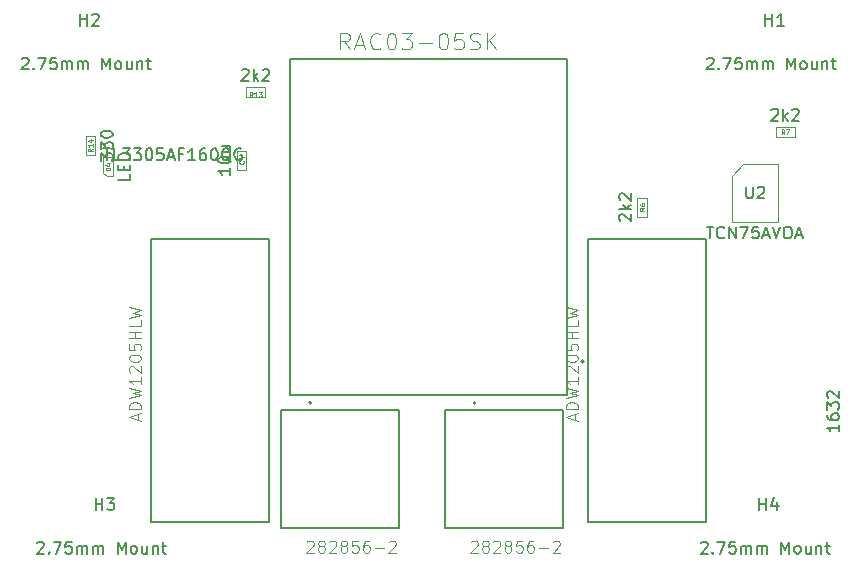
<source format=gbr>
%TF.GenerationSoftware,KiCad,Pcbnew,(6.0.8)*%
%TF.CreationDate,2023-02-20T09:44:42-06:00*%
%TF.ProjectId,PumpTimerV2,50756d70-5469-46d6-9572-56322e6b6963,rev?*%
%TF.SameCoordinates,Original*%
%TF.FileFunction,AssemblyDrawing,Top*%
%FSLAX46Y46*%
G04 Gerber Fmt 4.6, Leading zero omitted, Abs format (unit mm)*
G04 Created by KiCad (PCBNEW (6.0.8)) date 2023-02-20 09:44:42*
%MOMM*%
%LPD*%
G01*
G04 APERTURE LIST*
%ADD10C,0.015000*%
%ADD11C,0.150000*%
%ADD12C,0.060000*%
%ADD13C,0.127000*%
%ADD14C,0.200000*%
%ADD15C,0.100000*%
G04 APERTURE END LIST*
D10*
%TO.C,K2*%
X84892899Y-100300320D02*
X84892899Y-99823837D01*
X85178788Y-100395616D02*
X84178174Y-100062078D01*
X85178788Y-99728540D01*
X85178788Y-99395002D02*
X84178174Y-99395002D01*
X84178174Y-99156761D01*
X84225823Y-99013816D01*
X84321119Y-98918520D01*
X84416416Y-98870871D01*
X84607009Y-98823223D01*
X84749954Y-98823223D01*
X84940547Y-98870871D01*
X85035843Y-98918520D01*
X85131140Y-99013816D01*
X85178788Y-99156761D01*
X85178788Y-99395002D01*
X84178174Y-98489685D02*
X85178788Y-98251444D01*
X84464064Y-98060850D01*
X85178788Y-97870257D01*
X84178174Y-97632016D01*
X85178788Y-96726698D02*
X85178788Y-97298478D01*
X85178788Y-97012588D02*
X84178174Y-97012588D01*
X84321119Y-97107885D01*
X84416416Y-97203181D01*
X84464064Y-97298478D01*
X84273471Y-96345512D02*
X84225823Y-96297864D01*
X84178174Y-96202567D01*
X84178174Y-95964326D01*
X84225823Y-95869029D01*
X84273471Y-95821381D01*
X84368767Y-95773733D01*
X84464064Y-95773733D01*
X84607009Y-95821381D01*
X85178788Y-96393160D01*
X85178788Y-95773733D01*
X84178174Y-95154305D02*
X84178174Y-95059008D01*
X84225823Y-94963712D01*
X84273471Y-94916064D01*
X84368767Y-94868415D01*
X84559361Y-94820767D01*
X84797602Y-94820767D01*
X84988195Y-94868415D01*
X85083492Y-94916064D01*
X85131140Y-94963712D01*
X85178788Y-95059008D01*
X85178788Y-95154305D01*
X85131140Y-95249602D01*
X85083492Y-95297250D01*
X84988195Y-95344898D01*
X84797602Y-95392546D01*
X84559361Y-95392546D01*
X84368767Y-95344898D01*
X84273471Y-95297250D01*
X84225823Y-95249602D01*
X84178174Y-95154305D01*
X84178174Y-93915450D02*
X84178174Y-94391932D01*
X84654657Y-94439581D01*
X84607009Y-94391932D01*
X84559361Y-94296636D01*
X84559361Y-94058394D01*
X84607009Y-93963098D01*
X84654657Y-93915450D01*
X84749954Y-93867801D01*
X84988195Y-93867801D01*
X85083492Y-93915450D01*
X85131140Y-93963098D01*
X85178788Y-94058394D01*
X85178788Y-94296636D01*
X85131140Y-94391932D01*
X85083492Y-94439581D01*
X85178788Y-93438967D02*
X84178174Y-93438967D01*
X84654657Y-93438967D02*
X84654657Y-92867187D01*
X85178788Y-92867187D02*
X84178174Y-92867187D01*
X85178788Y-91914222D02*
X85178788Y-92390704D01*
X84178174Y-92390704D01*
X84178174Y-91675980D02*
X85178788Y-91437739D01*
X84464064Y-91247146D01*
X85178788Y-91056552D01*
X84178174Y-90818311D01*
%TO.C,K1*%
X47892899Y-100300320D02*
X47892899Y-99823837D01*
X48178788Y-100395616D02*
X47178174Y-100062078D01*
X48178788Y-99728540D01*
X48178788Y-99395002D02*
X47178174Y-99395002D01*
X47178174Y-99156761D01*
X47225823Y-99013816D01*
X47321119Y-98918520D01*
X47416416Y-98870871D01*
X47607009Y-98823223D01*
X47749954Y-98823223D01*
X47940547Y-98870871D01*
X48035843Y-98918520D01*
X48131140Y-99013816D01*
X48178788Y-99156761D01*
X48178788Y-99395002D01*
X47178174Y-98489685D02*
X48178788Y-98251444D01*
X47464064Y-98060850D01*
X48178788Y-97870257D01*
X47178174Y-97632016D01*
X48178788Y-96726698D02*
X48178788Y-97298478D01*
X48178788Y-97012588D02*
X47178174Y-97012588D01*
X47321119Y-97107885D01*
X47416416Y-97203181D01*
X47464064Y-97298478D01*
X47273471Y-96345512D02*
X47225823Y-96297864D01*
X47178174Y-96202567D01*
X47178174Y-95964326D01*
X47225823Y-95869029D01*
X47273471Y-95821381D01*
X47368767Y-95773733D01*
X47464064Y-95773733D01*
X47607009Y-95821381D01*
X48178788Y-96393160D01*
X48178788Y-95773733D01*
X47178174Y-95154305D02*
X47178174Y-95059008D01*
X47225823Y-94963712D01*
X47273471Y-94916064D01*
X47368767Y-94868415D01*
X47559361Y-94820767D01*
X47797602Y-94820767D01*
X47988195Y-94868415D01*
X48083492Y-94916064D01*
X48131140Y-94963712D01*
X48178788Y-95059008D01*
X48178788Y-95154305D01*
X48131140Y-95249602D01*
X48083492Y-95297250D01*
X47988195Y-95344898D01*
X47797602Y-95392546D01*
X47559361Y-95392546D01*
X47368767Y-95344898D01*
X47273471Y-95297250D01*
X47225823Y-95249602D01*
X47178174Y-95154305D01*
X47178174Y-93915450D02*
X47178174Y-94391932D01*
X47654657Y-94439581D01*
X47607009Y-94391932D01*
X47559361Y-94296636D01*
X47559361Y-94058394D01*
X47607009Y-93963098D01*
X47654657Y-93915450D01*
X47749954Y-93867801D01*
X47988195Y-93867801D01*
X48083492Y-93915450D01*
X48131140Y-93963098D01*
X48178788Y-94058394D01*
X48178788Y-94296636D01*
X48131140Y-94391932D01*
X48083492Y-94439581D01*
X48178788Y-93438967D02*
X47178174Y-93438967D01*
X47654657Y-93438967D02*
X47654657Y-92867187D01*
X48178788Y-92867187D02*
X47178174Y-92867187D01*
X48178788Y-91914222D02*
X48178788Y-92390704D01*
X47178174Y-92390704D01*
X47178174Y-91675980D02*
X48178788Y-91437739D01*
X47464064Y-91247146D01*
X48178788Y-91056552D01*
X47178174Y-90818311D01*
%TO.C,J3*%
X76113095Y-110662619D02*
X76160714Y-110615000D01*
X76255952Y-110567380D01*
X76494047Y-110567380D01*
X76589285Y-110615000D01*
X76636904Y-110662619D01*
X76684523Y-110757857D01*
X76684523Y-110853095D01*
X76636904Y-110995952D01*
X76065476Y-111567380D01*
X76684523Y-111567380D01*
X77255952Y-110995952D02*
X77160714Y-110948333D01*
X77113095Y-110900714D01*
X77065476Y-110805476D01*
X77065476Y-110757857D01*
X77113095Y-110662619D01*
X77160714Y-110615000D01*
X77255952Y-110567380D01*
X77446428Y-110567380D01*
X77541666Y-110615000D01*
X77589285Y-110662619D01*
X77636904Y-110757857D01*
X77636904Y-110805476D01*
X77589285Y-110900714D01*
X77541666Y-110948333D01*
X77446428Y-110995952D01*
X77255952Y-110995952D01*
X77160714Y-111043571D01*
X77113095Y-111091190D01*
X77065476Y-111186428D01*
X77065476Y-111376904D01*
X77113095Y-111472142D01*
X77160714Y-111519761D01*
X77255952Y-111567380D01*
X77446428Y-111567380D01*
X77541666Y-111519761D01*
X77589285Y-111472142D01*
X77636904Y-111376904D01*
X77636904Y-111186428D01*
X77589285Y-111091190D01*
X77541666Y-111043571D01*
X77446428Y-110995952D01*
X78017857Y-110662619D02*
X78065476Y-110615000D01*
X78160714Y-110567380D01*
X78398809Y-110567380D01*
X78494047Y-110615000D01*
X78541666Y-110662619D01*
X78589285Y-110757857D01*
X78589285Y-110853095D01*
X78541666Y-110995952D01*
X77970238Y-111567380D01*
X78589285Y-111567380D01*
X79160714Y-110995952D02*
X79065476Y-110948333D01*
X79017857Y-110900714D01*
X78970238Y-110805476D01*
X78970238Y-110757857D01*
X79017857Y-110662619D01*
X79065476Y-110615000D01*
X79160714Y-110567380D01*
X79351190Y-110567380D01*
X79446428Y-110615000D01*
X79494047Y-110662619D01*
X79541666Y-110757857D01*
X79541666Y-110805476D01*
X79494047Y-110900714D01*
X79446428Y-110948333D01*
X79351190Y-110995952D01*
X79160714Y-110995952D01*
X79065476Y-111043571D01*
X79017857Y-111091190D01*
X78970238Y-111186428D01*
X78970238Y-111376904D01*
X79017857Y-111472142D01*
X79065476Y-111519761D01*
X79160714Y-111567380D01*
X79351190Y-111567380D01*
X79446428Y-111519761D01*
X79494047Y-111472142D01*
X79541666Y-111376904D01*
X79541666Y-111186428D01*
X79494047Y-111091190D01*
X79446428Y-111043571D01*
X79351190Y-110995952D01*
X80446428Y-110567380D02*
X79970238Y-110567380D01*
X79922619Y-111043571D01*
X79970238Y-110995952D01*
X80065476Y-110948333D01*
X80303571Y-110948333D01*
X80398809Y-110995952D01*
X80446428Y-111043571D01*
X80494047Y-111138809D01*
X80494047Y-111376904D01*
X80446428Y-111472142D01*
X80398809Y-111519761D01*
X80303571Y-111567380D01*
X80065476Y-111567380D01*
X79970238Y-111519761D01*
X79922619Y-111472142D01*
X81351190Y-110567380D02*
X81160714Y-110567380D01*
X81065476Y-110615000D01*
X81017857Y-110662619D01*
X80922619Y-110805476D01*
X80875000Y-110995952D01*
X80875000Y-111376904D01*
X80922619Y-111472142D01*
X80970238Y-111519761D01*
X81065476Y-111567380D01*
X81255952Y-111567380D01*
X81351190Y-111519761D01*
X81398809Y-111472142D01*
X81446428Y-111376904D01*
X81446428Y-111138809D01*
X81398809Y-111043571D01*
X81351190Y-110995952D01*
X81255952Y-110948333D01*
X81065476Y-110948333D01*
X80970238Y-110995952D01*
X80922619Y-111043571D01*
X80875000Y-111138809D01*
X81875000Y-111186428D02*
X82636904Y-111186428D01*
X83065476Y-110662619D02*
X83113095Y-110615000D01*
X83208333Y-110567380D01*
X83446428Y-110567380D01*
X83541666Y-110615000D01*
X83589285Y-110662619D01*
X83636904Y-110757857D01*
X83636904Y-110853095D01*
X83589285Y-110995952D01*
X83017857Y-111567380D01*
X83636904Y-111567380D01*
%TO.C,J2*%
X62223095Y-110662619D02*
X62270714Y-110615000D01*
X62365952Y-110567380D01*
X62604047Y-110567380D01*
X62699285Y-110615000D01*
X62746904Y-110662619D01*
X62794523Y-110757857D01*
X62794523Y-110853095D01*
X62746904Y-110995952D01*
X62175476Y-111567380D01*
X62794523Y-111567380D01*
X63365952Y-110995952D02*
X63270714Y-110948333D01*
X63223095Y-110900714D01*
X63175476Y-110805476D01*
X63175476Y-110757857D01*
X63223095Y-110662619D01*
X63270714Y-110615000D01*
X63365952Y-110567380D01*
X63556428Y-110567380D01*
X63651666Y-110615000D01*
X63699285Y-110662619D01*
X63746904Y-110757857D01*
X63746904Y-110805476D01*
X63699285Y-110900714D01*
X63651666Y-110948333D01*
X63556428Y-110995952D01*
X63365952Y-110995952D01*
X63270714Y-111043571D01*
X63223095Y-111091190D01*
X63175476Y-111186428D01*
X63175476Y-111376904D01*
X63223095Y-111472142D01*
X63270714Y-111519761D01*
X63365952Y-111567380D01*
X63556428Y-111567380D01*
X63651666Y-111519761D01*
X63699285Y-111472142D01*
X63746904Y-111376904D01*
X63746904Y-111186428D01*
X63699285Y-111091190D01*
X63651666Y-111043571D01*
X63556428Y-110995952D01*
X64127857Y-110662619D02*
X64175476Y-110615000D01*
X64270714Y-110567380D01*
X64508809Y-110567380D01*
X64604047Y-110615000D01*
X64651666Y-110662619D01*
X64699285Y-110757857D01*
X64699285Y-110853095D01*
X64651666Y-110995952D01*
X64080238Y-111567380D01*
X64699285Y-111567380D01*
X65270714Y-110995952D02*
X65175476Y-110948333D01*
X65127857Y-110900714D01*
X65080238Y-110805476D01*
X65080238Y-110757857D01*
X65127857Y-110662619D01*
X65175476Y-110615000D01*
X65270714Y-110567380D01*
X65461190Y-110567380D01*
X65556428Y-110615000D01*
X65604047Y-110662619D01*
X65651666Y-110757857D01*
X65651666Y-110805476D01*
X65604047Y-110900714D01*
X65556428Y-110948333D01*
X65461190Y-110995952D01*
X65270714Y-110995952D01*
X65175476Y-111043571D01*
X65127857Y-111091190D01*
X65080238Y-111186428D01*
X65080238Y-111376904D01*
X65127857Y-111472142D01*
X65175476Y-111519761D01*
X65270714Y-111567380D01*
X65461190Y-111567380D01*
X65556428Y-111519761D01*
X65604047Y-111472142D01*
X65651666Y-111376904D01*
X65651666Y-111186428D01*
X65604047Y-111091190D01*
X65556428Y-111043571D01*
X65461190Y-110995952D01*
X66556428Y-110567380D02*
X66080238Y-110567380D01*
X66032619Y-111043571D01*
X66080238Y-110995952D01*
X66175476Y-110948333D01*
X66413571Y-110948333D01*
X66508809Y-110995952D01*
X66556428Y-111043571D01*
X66604047Y-111138809D01*
X66604047Y-111376904D01*
X66556428Y-111472142D01*
X66508809Y-111519761D01*
X66413571Y-111567380D01*
X66175476Y-111567380D01*
X66080238Y-111519761D01*
X66032619Y-111472142D01*
X67461190Y-110567380D02*
X67270714Y-110567380D01*
X67175476Y-110615000D01*
X67127857Y-110662619D01*
X67032619Y-110805476D01*
X66985000Y-110995952D01*
X66985000Y-111376904D01*
X67032619Y-111472142D01*
X67080238Y-111519761D01*
X67175476Y-111567380D01*
X67365952Y-111567380D01*
X67461190Y-111519761D01*
X67508809Y-111472142D01*
X67556428Y-111376904D01*
X67556428Y-111138809D01*
X67508809Y-111043571D01*
X67461190Y-110995952D01*
X67365952Y-110948333D01*
X67175476Y-110948333D01*
X67080238Y-110995952D01*
X67032619Y-111043571D01*
X66985000Y-111138809D01*
X67985000Y-111186428D02*
X68746904Y-111186428D01*
X69175476Y-110662619D02*
X69223095Y-110615000D01*
X69318333Y-110567380D01*
X69556428Y-110567380D01*
X69651666Y-110615000D01*
X69699285Y-110662619D01*
X69746904Y-110757857D01*
X69746904Y-110853095D01*
X69699285Y-110995952D01*
X69127857Y-111567380D01*
X69746904Y-111567380D01*
D11*
%TO.C,U2*%
X96075771Y-83972580D02*
X96647200Y-83972580D01*
X96361485Y-84972580D02*
X96361485Y-83972580D01*
X97551961Y-84877342D02*
X97504342Y-84924961D01*
X97361485Y-84972580D01*
X97266247Y-84972580D01*
X97123390Y-84924961D01*
X97028152Y-84829723D01*
X96980533Y-84734485D01*
X96932914Y-84544009D01*
X96932914Y-84401152D01*
X96980533Y-84210676D01*
X97028152Y-84115438D01*
X97123390Y-84020200D01*
X97266247Y-83972580D01*
X97361485Y-83972580D01*
X97504342Y-84020200D01*
X97551961Y-84067819D01*
X97980533Y-84972580D02*
X97980533Y-83972580D01*
X98551961Y-84972580D01*
X98551961Y-83972580D01*
X98932914Y-83972580D02*
X99599580Y-83972580D01*
X99171009Y-84972580D01*
X100456723Y-83972580D02*
X99980533Y-83972580D01*
X99932914Y-84448771D01*
X99980533Y-84401152D01*
X100075771Y-84353533D01*
X100313866Y-84353533D01*
X100409104Y-84401152D01*
X100456723Y-84448771D01*
X100504342Y-84544009D01*
X100504342Y-84782104D01*
X100456723Y-84877342D01*
X100409104Y-84924961D01*
X100313866Y-84972580D01*
X100075771Y-84972580D01*
X99980533Y-84924961D01*
X99932914Y-84877342D01*
X100885295Y-84686866D02*
X101361485Y-84686866D01*
X100790057Y-84972580D02*
X101123390Y-83972580D01*
X101456723Y-84972580D01*
X101647200Y-83972580D02*
X101980533Y-84972580D01*
X102313866Y-83972580D01*
X102837676Y-83972580D02*
X103028152Y-83972580D01*
X103123390Y-84020200D01*
X103218628Y-84115438D01*
X103266247Y-84305914D01*
X103266247Y-84639247D01*
X103218628Y-84829723D01*
X103123390Y-84924961D01*
X103028152Y-84972580D01*
X102837676Y-84972580D01*
X102742438Y-84924961D01*
X102647200Y-84829723D01*
X102599580Y-84639247D01*
X102599580Y-84305914D01*
X102647200Y-84115438D01*
X102742438Y-84020200D01*
X102837676Y-83972580D01*
X103647200Y-84686866D02*
X104123390Y-84686866D01*
X103551961Y-84972580D02*
X103885295Y-83972580D01*
X104218628Y-84972580D01*
X99400533Y-80583533D02*
X99400533Y-81376866D01*
X99447200Y-81470200D01*
X99493866Y-81516866D01*
X99587200Y-81563533D01*
X99773866Y-81563533D01*
X99867200Y-81516866D01*
X99913866Y-81470200D01*
X99960533Y-81376866D01*
X99960533Y-80583533D01*
X100380533Y-80676866D02*
X100427200Y-80630200D01*
X100520533Y-80583533D01*
X100753866Y-80583533D01*
X100847200Y-80630200D01*
X100893866Y-80676866D01*
X100940533Y-80770200D01*
X100940533Y-80863533D01*
X100893866Y-81003533D01*
X100333866Y-81563533D01*
X100940533Y-81563533D01*
%TO.C,SW1*%
X44995238Y-77352380D02*
X45566666Y-77352380D01*
X45280952Y-78352380D02*
X45280952Y-77352380D01*
X46376190Y-78352380D02*
X45900000Y-78352380D01*
X45900000Y-77352380D01*
X46614285Y-77352380D02*
X47233333Y-77352380D01*
X46900000Y-77733333D01*
X47042857Y-77733333D01*
X47138095Y-77780952D01*
X47185714Y-77828571D01*
X47233333Y-77923809D01*
X47233333Y-78161904D01*
X47185714Y-78257142D01*
X47138095Y-78304761D01*
X47042857Y-78352380D01*
X46757142Y-78352380D01*
X46661904Y-78304761D01*
X46614285Y-78257142D01*
X47566666Y-77352380D02*
X48185714Y-77352380D01*
X47852380Y-77733333D01*
X47995238Y-77733333D01*
X48090476Y-77780952D01*
X48138095Y-77828571D01*
X48185714Y-77923809D01*
X48185714Y-78161904D01*
X48138095Y-78257142D01*
X48090476Y-78304761D01*
X47995238Y-78352380D01*
X47709523Y-78352380D01*
X47614285Y-78304761D01*
X47566666Y-78257142D01*
X48804761Y-77352380D02*
X48900000Y-77352380D01*
X48995238Y-77400000D01*
X49042857Y-77447619D01*
X49090476Y-77542857D01*
X49138095Y-77733333D01*
X49138095Y-77971428D01*
X49090476Y-78161904D01*
X49042857Y-78257142D01*
X48995238Y-78304761D01*
X48900000Y-78352380D01*
X48804761Y-78352380D01*
X48709523Y-78304761D01*
X48661904Y-78257142D01*
X48614285Y-78161904D01*
X48566666Y-77971428D01*
X48566666Y-77733333D01*
X48614285Y-77542857D01*
X48661904Y-77447619D01*
X48709523Y-77400000D01*
X48804761Y-77352380D01*
X50042857Y-77352380D02*
X49566666Y-77352380D01*
X49519047Y-77828571D01*
X49566666Y-77780952D01*
X49661904Y-77733333D01*
X49900000Y-77733333D01*
X49995238Y-77780952D01*
X50042857Y-77828571D01*
X50090476Y-77923809D01*
X50090476Y-78161904D01*
X50042857Y-78257142D01*
X49995238Y-78304761D01*
X49900000Y-78352380D01*
X49661904Y-78352380D01*
X49566666Y-78304761D01*
X49519047Y-78257142D01*
X50471428Y-78066666D02*
X50947619Y-78066666D01*
X50376190Y-78352380D02*
X50709523Y-77352380D01*
X51042857Y-78352380D01*
X51709523Y-77828571D02*
X51376190Y-77828571D01*
X51376190Y-78352380D02*
X51376190Y-77352380D01*
X51852380Y-77352380D01*
X52757142Y-78352380D02*
X52185714Y-78352380D01*
X52471428Y-78352380D02*
X52471428Y-77352380D01*
X52376190Y-77495238D01*
X52280952Y-77590476D01*
X52185714Y-77638095D01*
X53614285Y-77352380D02*
X53423809Y-77352380D01*
X53328571Y-77400000D01*
X53280952Y-77447619D01*
X53185714Y-77590476D01*
X53138095Y-77780952D01*
X53138095Y-78161904D01*
X53185714Y-78257142D01*
X53233333Y-78304761D01*
X53328571Y-78352380D01*
X53519047Y-78352380D01*
X53614285Y-78304761D01*
X53661904Y-78257142D01*
X53709523Y-78161904D01*
X53709523Y-77923809D01*
X53661904Y-77828571D01*
X53614285Y-77780952D01*
X53519047Y-77733333D01*
X53328571Y-77733333D01*
X53233333Y-77780952D01*
X53185714Y-77828571D01*
X53138095Y-77923809D01*
X54328571Y-77352380D02*
X54423809Y-77352380D01*
X54519047Y-77400000D01*
X54566666Y-77447619D01*
X54614285Y-77542857D01*
X54661904Y-77733333D01*
X54661904Y-77971428D01*
X54614285Y-78161904D01*
X54566666Y-78257142D01*
X54519047Y-78304761D01*
X54423809Y-78352380D01*
X54328571Y-78352380D01*
X54233333Y-78304761D01*
X54185714Y-78257142D01*
X54138095Y-78161904D01*
X54090476Y-77971428D01*
X54090476Y-77733333D01*
X54138095Y-77542857D01*
X54185714Y-77447619D01*
X54233333Y-77400000D01*
X54328571Y-77352380D01*
X55757142Y-78447619D02*
X55661904Y-78400000D01*
X55566666Y-78304761D01*
X55423809Y-78161904D01*
X55328571Y-78114285D01*
X55233333Y-78114285D01*
X55280952Y-78352380D02*
X55185714Y-78304761D01*
X55090476Y-78209523D01*
X55042857Y-78019047D01*
X55042857Y-77685714D01*
X55090476Y-77495238D01*
X55185714Y-77400000D01*
X55280952Y-77352380D01*
X55471428Y-77352380D01*
X55566666Y-77400000D01*
X55661904Y-77495238D01*
X55709523Y-77685714D01*
X55709523Y-78019047D01*
X55661904Y-78209523D01*
X55566666Y-78304761D01*
X55471428Y-78352380D01*
X55280952Y-78352380D01*
X56661904Y-77400000D02*
X56566666Y-77352380D01*
X56423809Y-77352380D01*
X56280952Y-77400000D01*
X56185714Y-77495238D01*
X56138095Y-77590476D01*
X56090476Y-77780952D01*
X56090476Y-77923809D01*
X56138095Y-78114285D01*
X56185714Y-78209523D01*
X56280952Y-78304761D01*
X56423809Y-78352380D01*
X56519047Y-78352380D01*
X56661904Y-78304761D01*
X56709523Y-78257142D01*
X56709523Y-77923809D01*
X56519047Y-77923809D01*
%TO.C,R14*%
X44782380Y-78385714D02*
X44782380Y-77766666D01*
X45163333Y-78100000D01*
X45163333Y-77957142D01*
X45210952Y-77861904D01*
X45258571Y-77814285D01*
X45353809Y-77766666D01*
X45591904Y-77766666D01*
X45687142Y-77814285D01*
X45734761Y-77861904D01*
X45782380Y-77957142D01*
X45782380Y-78242857D01*
X45734761Y-78338095D01*
X45687142Y-78385714D01*
X44782380Y-77433333D02*
X44782380Y-76814285D01*
X45163333Y-77147619D01*
X45163333Y-77004761D01*
X45210952Y-76909523D01*
X45258571Y-76861904D01*
X45353809Y-76814285D01*
X45591904Y-76814285D01*
X45687142Y-76861904D01*
X45734761Y-76909523D01*
X45782380Y-77004761D01*
X45782380Y-77290476D01*
X45734761Y-77385714D01*
X45687142Y-77433333D01*
X44782380Y-76195238D02*
X44782380Y-76100000D01*
X44830000Y-76004761D01*
X44877619Y-75957142D01*
X44972857Y-75909523D01*
X45163333Y-75861904D01*
X45401428Y-75861904D01*
X45591904Y-75909523D01*
X45687142Y-75957142D01*
X45734761Y-76004761D01*
X45782380Y-76100000D01*
X45782380Y-76195238D01*
X45734761Y-76290476D01*
X45687142Y-76338095D01*
X45591904Y-76385714D01*
X45401428Y-76433333D01*
X45163333Y-76433333D01*
X44972857Y-76385714D01*
X44877619Y-76338095D01*
X44830000Y-76290476D01*
X44782380Y-76195238D01*
D12*
X44080952Y-77357142D02*
X43890476Y-77490476D01*
X44080952Y-77585714D02*
X43680952Y-77585714D01*
X43680952Y-77433333D01*
X43700000Y-77395238D01*
X43719047Y-77376190D01*
X43757142Y-77357142D01*
X43814285Y-77357142D01*
X43852380Y-77376190D01*
X43871428Y-77395238D01*
X43890476Y-77433333D01*
X43890476Y-77585714D01*
X44080952Y-76976190D02*
X44080952Y-77204761D01*
X44080952Y-77090476D02*
X43680952Y-77090476D01*
X43738095Y-77128571D01*
X43776190Y-77166666D01*
X43795238Y-77204761D01*
X43814285Y-76633333D02*
X44080952Y-76633333D01*
X43661904Y-76728571D02*
X43947619Y-76823809D01*
X43947619Y-76576190D01*
D11*
%TO.C,D4*%
X47232380Y-79542857D02*
X47232380Y-80019047D01*
X46232380Y-80019047D01*
X46708571Y-79209523D02*
X46708571Y-78876190D01*
X47232380Y-78733333D02*
X47232380Y-79209523D01*
X46232380Y-79209523D01*
X46232380Y-78733333D01*
X47232380Y-78304761D02*
X46232380Y-78304761D01*
X46232380Y-78066666D01*
X46280000Y-77923809D01*
X46375238Y-77828571D01*
X46470476Y-77780952D01*
X46660952Y-77733333D01*
X46803809Y-77733333D01*
X46994285Y-77780952D01*
X47089523Y-77828571D01*
X47184761Y-77923809D01*
X47232380Y-78066666D01*
X47232380Y-78304761D01*
D12*
X45580952Y-79195238D02*
X45180952Y-79195238D01*
X45180952Y-79100000D01*
X45200000Y-79042857D01*
X45238095Y-79004761D01*
X45276190Y-78985714D01*
X45352380Y-78966666D01*
X45409523Y-78966666D01*
X45485714Y-78985714D01*
X45523809Y-79004761D01*
X45561904Y-79042857D01*
X45580952Y-79100000D01*
X45580952Y-79195238D01*
X45314285Y-78623809D02*
X45580952Y-78623809D01*
X45161904Y-78719047D02*
X45447619Y-78814285D01*
X45447619Y-78566666D01*
D10*
%TO.C,PS1*%
X65848333Y-68962333D02*
X65381666Y-68295666D01*
X65048333Y-68962333D02*
X65048333Y-67562333D01*
X65581666Y-67562333D01*
X65715000Y-67629000D01*
X65781666Y-67695666D01*
X65848333Y-67829000D01*
X65848333Y-68029000D01*
X65781666Y-68162333D01*
X65715000Y-68229000D01*
X65581666Y-68295666D01*
X65048333Y-68295666D01*
X66381666Y-68562333D02*
X67048333Y-68562333D01*
X66248333Y-68962333D02*
X66715000Y-67562333D01*
X67181666Y-68962333D01*
X68448333Y-68829000D02*
X68381666Y-68895666D01*
X68181666Y-68962333D01*
X68048333Y-68962333D01*
X67848333Y-68895666D01*
X67715000Y-68762333D01*
X67648333Y-68629000D01*
X67581666Y-68362333D01*
X67581666Y-68162333D01*
X67648333Y-67895666D01*
X67715000Y-67762333D01*
X67848333Y-67629000D01*
X68048333Y-67562333D01*
X68181666Y-67562333D01*
X68381666Y-67629000D01*
X68448333Y-67695666D01*
X69315000Y-67562333D02*
X69448333Y-67562333D01*
X69581666Y-67629000D01*
X69648333Y-67695666D01*
X69715000Y-67829000D01*
X69781666Y-68095666D01*
X69781666Y-68429000D01*
X69715000Y-68695666D01*
X69648333Y-68829000D01*
X69581666Y-68895666D01*
X69448333Y-68962333D01*
X69315000Y-68962333D01*
X69181666Y-68895666D01*
X69115000Y-68829000D01*
X69048333Y-68695666D01*
X68981666Y-68429000D01*
X68981666Y-68095666D01*
X69048333Y-67829000D01*
X69115000Y-67695666D01*
X69181666Y-67629000D01*
X69315000Y-67562333D01*
X70248333Y-67562333D02*
X71115000Y-67562333D01*
X70648333Y-68095666D01*
X70848333Y-68095666D01*
X70981666Y-68162333D01*
X71048333Y-68229000D01*
X71115000Y-68362333D01*
X71115000Y-68695666D01*
X71048333Y-68829000D01*
X70981666Y-68895666D01*
X70848333Y-68962333D01*
X70448333Y-68962333D01*
X70315000Y-68895666D01*
X70248333Y-68829000D01*
X71715000Y-68429000D02*
X72781666Y-68429000D01*
X73715000Y-67562333D02*
X73848333Y-67562333D01*
X73981666Y-67629000D01*
X74048333Y-67695666D01*
X74115000Y-67829000D01*
X74181666Y-68095666D01*
X74181666Y-68429000D01*
X74115000Y-68695666D01*
X74048333Y-68829000D01*
X73981666Y-68895666D01*
X73848333Y-68962333D01*
X73715000Y-68962333D01*
X73581666Y-68895666D01*
X73515000Y-68829000D01*
X73448333Y-68695666D01*
X73381666Y-68429000D01*
X73381666Y-68095666D01*
X73448333Y-67829000D01*
X73515000Y-67695666D01*
X73581666Y-67629000D01*
X73715000Y-67562333D01*
X75448333Y-67562333D02*
X74781666Y-67562333D01*
X74715000Y-68229000D01*
X74781666Y-68162333D01*
X74915000Y-68095666D01*
X75248333Y-68095666D01*
X75381666Y-68162333D01*
X75448333Y-68229000D01*
X75515000Y-68362333D01*
X75515000Y-68695666D01*
X75448333Y-68829000D01*
X75381666Y-68895666D01*
X75248333Y-68962333D01*
X74915000Y-68962333D01*
X74781666Y-68895666D01*
X74715000Y-68829000D01*
X76048333Y-68895666D02*
X76248333Y-68962333D01*
X76581666Y-68962333D01*
X76715000Y-68895666D01*
X76781666Y-68829000D01*
X76848333Y-68695666D01*
X76848333Y-68562333D01*
X76781666Y-68429000D01*
X76715000Y-68362333D01*
X76581666Y-68295666D01*
X76315000Y-68229000D01*
X76181666Y-68162333D01*
X76115000Y-68095666D01*
X76048333Y-67962333D01*
X76048333Y-67829000D01*
X76115000Y-67695666D01*
X76181666Y-67629000D01*
X76315000Y-67562333D01*
X76648333Y-67562333D01*
X76848333Y-67629000D01*
X77448333Y-68962333D02*
X77448333Y-67562333D01*
X78248333Y-68962333D02*
X77648333Y-68162333D01*
X78248333Y-67562333D02*
X77448333Y-68362333D01*
D11*
%TO.C,BT1*%
X107252380Y-100742857D02*
X107252380Y-101314285D01*
X107252380Y-101028571D02*
X106252380Y-101028571D01*
X106395238Y-101123809D01*
X106490476Y-101219047D01*
X106538095Y-101314285D01*
X106252380Y-99885714D02*
X106252380Y-100076190D01*
X106300000Y-100171428D01*
X106347619Y-100219047D01*
X106490476Y-100314285D01*
X106680952Y-100361904D01*
X107061904Y-100361904D01*
X107157142Y-100314285D01*
X107204761Y-100266666D01*
X107252380Y-100171428D01*
X107252380Y-99980952D01*
X107204761Y-99885714D01*
X107157142Y-99838095D01*
X107061904Y-99790476D01*
X106823809Y-99790476D01*
X106728571Y-99838095D01*
X106680952Y-99885714D01*
X106633333Y-99980952D01*
X106633333Y-100171428D01*
X106680952Y-100266666D01*
X106728571Y-100314285D01*
X106823809Y-100361904D01*
X106252380Y-99457142D02*
X106252380Y-98838095D01*
X106633333Y-99171428D01*
X106633333Y-99028571D01*
X106680952Y-98933333D01*
X106728571Y-98885714D01*
X106823809Y-98838095D01*
X107061904Y-98838095D01*
X107157142Y-98885714D01*
X107204761Y-98933333D01*
X107252380Y-99028571D01*
X107252380Y-99314285D01*
X107204761Y-99409523D01*
X107157142Y-99457142D01*
X106347619Y-98457142D02*
X106300000Y-98409523D01*
X106252380Y-98314285D01*
X106252380Y-98076190D01*
X106300000Y-97980952D01*
X106347619Y-97933333D01*
X106442857Y-97885714D01*
X106538095Y-97885714D01*
X106680952Y-97933333D01*
X107252380Y-98504761D01*
X107252380Y-97885714D01*
%TO.C,R13*%
X56720833Y-70717619D02*
X56768452Y-70670000D01*
X56863690Y-70622380D01*
X57101785Y-70622380D01*
X57197023Y-70670000D01*
X57244642Y-70717619D01*
X57292261Y-70812857D01*
X57292261Y-70908095D01*
X57244642Y-71050952D01*
X56673214Y-71622380D01*
X57292261Y-71622380D01*
X57720833Y-71622380D02*
X57720833Y-70622380D01*
X57816071Y-71241428D02*
X58101785Y-71622380D01*
X58101785Y-70955714D02*
X57720833Y-71336666D01*
X58482738Y-70717619D02*
X58530357Y-70670000D01*
X58625595Y-70622380D01*
X58863690Y-70622380D01*
X58958928Y-70670000D01*
X59006547Y-70717619D01*
X59054166Y-70812857D01*
X59054166Y-70908095D01*
X59006547Y-71050952D01*
X58435119Y-71622380D01*
X59054166Y-71622380D01*
D12*
X57630357Y-72980952D02*
X57497023Y-72790476D01*
X57401785Y-72980952D02*
X57401785Y-72580952D01*
X57554166Y-72580952D01*
X57592261Y-72600000D01*
X57611309Y-72619047D01*
X57630357Y-72657142D01*
X57630357Y-72714285D01*
X57611309Y-72752380D01*
X57592261Y-72771428D01*
X57554166Y-72790476D01*
X57401785Y-72790476D01*
X58011309Y-72980952D02*
X57782738Y-72980952D01*
X57897023Y-72980952D02*
X57897023Y-72580952D01*
X57858928Y-72638095D01*
X57820833Y-72676190D01*
X57782738Y-72695238D01*
X58144642Y-72580952D02*
X58392261Y-72580952D01*
X58258928Y-72733333D01*
X58316071Y-72733333D01*
X58354166Y-72752380D01*
X58373214Y-72771428D01*
X58392261Y-72809523D01*
X58392261Y-72904761D01*
X58373214Y-72942857D01*
X58354166Y-72961904D01*
X58316071Y-72980952D01*
X58201785Y-72980952D01*
X58163690Y-72961904D01*
X58144642Y-72942857D01*
D11*
%TO.C,H1*%
X96095238Y-69747619D02*
X96142857Y-69700000D01*
X96238095Y-69652380D01*
X96476190Y-69652380D01*
X96571428Y-69700000D01*
X96619047Y-69747619D01*
X96666666Y-69842857D01*
X96666666Y-69938095D01*
X96619047Y-70080952D01*
X96047619Y-70652380D01*
X96666666Y-70652380D01*
X97095238Y-70557142D02*
X97142857Y-70604761D01*
X97095238Y-70652380D01*
X97047619Y-70604761D01*
X97095238Y-70557142D01*
X97095238Y-70652380D01*
X97476190Y-69652380D02*
X98142857Y-69652380D01*
X97714285Y-70652380D01*
X99000000Y-69652380D02*
X98523809Y-69652380D01*
X98476190Y-70128571D01*
X98523809Y-70080952D01*
X98619047Y-70033333D01*
X98857142Y-70033333D01*
X98952380Y-70080952D01*
X99000000Y-70128571D01*
X99047619Y-70223809D01*
X99047619Y-70461904D01*
X99000000Y-70557142D01*
X98952380Y-70604761D01*
X98857142Y-70652380D01*
X98619047Y-70652380D01*
X98523809Y-70604761D01*
X98476190Y-70557142D01*
X99476190Y-70652380D02*
X99476190Y-69985714D01*
X99476190Y-70080952D02*
X99523809Y-70033333D01*
X99619047Y-69985714D01*
X99761904Y-69985714D01*
X99857142Y-70033333D01*
X99904761Y-70128571D01*
X99904761Y-70652380D01*
X99904761Y-70128571D02*
X99952380Y-70033333D01*
X100047619Y-69985714D01*
X100190476Y-69985714D01*
X100285714Y-70033333D01*
X100333333Y-70128571D01*
X100333333Y-70652380D01*
X100809523Y-70652380D02*
X100809523Y-69985714D01*
X100809523Y-70080952D02*
X100857142Y-70033333D01*
X100952380Y-69985714D01*
X101095238Y-69985714D01*
X101190476Y-70033333D01*
X101238095Y-70128571D01*
X101238095Y-70652380D01*
X101238095Y-70128571D02*
X101285714Y-70033333D01*
X101380952Y-69985714D01*
X101523809Y-69985714D01*
X101619047Y-70033333D01*
X101666666Y-70128571D01*
X101666666Y-70652380D01*
X102904761Y-70652380D02*
X102904761Y-69652380D01*
X103238095Y-70366666D01*
X103571428Y-69652380D01*
X103571428Y-70652380D01*
X104190476Y-70652380D02*
X104095238Y-70604761D01*
X104047619Y-70557142D01*
X104000000Y-70461904D01*
X104000000Y-70176190D01*
X104047619Y-70080952D01*
X104095238Y-70033333D01*
X104190476Y-69985714D01*
X104333333Y-69985714D01*
X104428571Y-70033333D01*
X104476190Y-70080952D01*
X104523809Y-70176190D01*
X104523809Y-70461904D01*
X104476190Y-70557142D01*
X104428571Y-70604761D01*
X104333333Y-70652380D01*
X104190476Y-70652380D01*
X105380952Y-69985714D02*
X105380952Y-70652380D01*
X104952380Y-69985714D02*
X104952380Y-70509523D01*
X105000000Y-70604761D01*
X105095238Y-70652380D01*
X105238095Y-70652380D01*
X105333333Y-70604761D01*
X105380952Y-70557142D01*
X105857142Y-69985714D02*
X105857142Y-70652380D01*
X105857142Y-70080952D02*
X105904761Y-70033333D01*
X106000000Y-69985714D01*
X106142857Y-69985714D01*
X106238095Y-70033333D01*
X106285714Y-70128571D01*
X106285714Y-70652380D01*
X106619047Y-69985714D02*
X107000000Y-69985714D01*
X106761904Y-69652380D02*
X106761904Y-70509523D01*
X106809523Y-70604761D01*
X106904761Y-70652380D01*
X107000000Y-70652380D01*
X101038095Y-66952380D02*
X101038095Y-65952380D01*
X101038095Y-66428571D02*
X101609523Y-66428571D01*
X101609523Y-66952380D02*
X101609523Y-65952380D01*
X102609523Y-66952380D02*
X102038095Y-66952380D01*
X102323809Y-66952380D02*
X102323809Y-65952380D01*
X102228571Y-66095238D01*
X102133333Y-66190476D01*
X102038095Y-66238095D01*
%TO.C,H2*%
X38095238Y-69747619D02*
X38142857Y-69700000D01*
X38238095Y-69652380D01*
X38476190Y-69652380D01*
X38571428Y-69700000D01*
X38619047Y-69747619D01*
X38666666Y-69842857D01*
X38666666Y-69938095D01*
X38619047Y-70080952D01*
X38047619Y-70652380D01*
X38666666Y-70652380D01*
X39095238Y-70557142D02*
X39142857Y-70604761D01*
X39095238Y-70652380D01*
X39047619Y-70604761D01*
X39095238Y-70557142D01*
X39095238Y-70652380D01*
X39476190Y-69652380D02*
X40142857Y-69652380D01*
X39714285Y-70652380D01*
X41000000Y-69652380D02*
X40523809Y-69652380D01*
X40476190Y-70128571D01*
X40523809Y-70080952D01*
X40619047Y-70033333D01*
X40857142Y-70033333D01*
X40952380Y-70080952D01*
X41000000Y-70128571D01*
X41047619Y-70223809D01*
X41047619Y-70461904D01*
X41000000Y-70557142D01*
X40952380Y-70604761D01*
X40857142Y-70652380D01*
X40619047Y-70652380D01*
X40523809Y-70604761D01*
X40476190Y-70557142D01*
X41476190Y-70652380D02*
X41476190Y-69985714D01*
X41476190Y-70080952D02*
X41523809Y-70033333D01*
X41619047Y-69985714D01*
X41761904Y-69985714D01*
X41857142Y-70033333D01*
X41904761Y-70128571D01*
X41904761Y-70652380D01*
X41904761Y-70128571D02*
X41952380Y-70033333D01*
X42047619Y-69985714D01*
X42190476Y-69985714D01*
X42285714Y-70033333D01*
X42333333Y-70128571D01*
X42333333Y-70652380D01*
X42809523Y-70652380D02*
X42809523Y-69985714D01*
X42809523Y-70080952D02*
X42857142Y-70033333D01*
X42952380Y-69985714D01*
X43095238Y-69985714D01*
X43190476Y-70033333D01*
X43238095Y-70128571D01*
X43238095Y-70652380D01*
X43238095Y-70128571D02*
X43285714Y-70033333D01*
X43380952Y-69985714D01*
X43523809Y-69985714D01*
X43619047Y-70033333D01*
X43666666Y-70128571D01*
X43666666Y-70652380D01*
X44904761Y-70652380D02*
X44904761Y-69652380D01*
X45238095Y-70366666D01*
X45571428Y-69652380D01*
X45571428Y-70652380D01*
X46190476Y-70652380D02*
X46095238Y-70604761D01*
X46047619Y-70557142D01*
X46000000Y-70461904D01*
X46000000Y-70176190D01*
X46047619Y-70080952D01*
X46095238Y-70033333D01*
X46190476Y-69985714D01*
X46333333Y-69985714D01*
X46428571Y-70033333D01*
X46476190Y-70080952D01*
X46523809Y-70176190D01*
X46523809Y-70461904D01*
X46476190Y-70557142D01*
X46428571Y-70604761D01*
X46333333Y-70652380D01*
X46190476Y-70652380D01*
X47380952Y-69985714D02*
X47380952Y-70652380D01*
X46952380Y-69985714D02*
X46952380Y-70509523D01*
X47000000Y-70604761D01*
X47095238Y-70652380D01*
X47238095Y-70652380D01*
X47333333Y-70604761D01*
X47380952Y-70557142D01*
X47857142Y-69985714D02*
X47857142Y-70652380D01*
X47857142Y-70080952D02*
X47904761Y-70033333D01*
X48000000Y-69985714D01*
X48142857Y-69985714D01*
X48238095Y-70033333D01*
X48285714Y-70128571D01*
X48285714Y-70652380D01*
X48619047Y-69985714D02*
X49000000Y-69985714D01*
X48761904Y-69652380D02*
X48761904Y-70509523D01*
X48809523Y-70604761D01*
X48904761Y-70652380D01*
X49000000Y-70652380D01*
X43038095Y-66952380D02*
X43038095Y-65952380D01*
X43038095Y-66428571D02*
X43609523Y-66428571D01*
X43609523Y-66952380D02*
X43609523Y-65952380D01*
X44038095Y-66047619D02*
X44085714Y-66000000D01*
X44180952Y-65952380D01*
X44419047Y-65952380D01*
X44514285Y-66000000D01*
X44561904Y-66047619D01*
X44609523Y-66142857D01*
X44609523Y-66238095D01*
X44561904Y-66380952D01*
X43990476Y-66952380D01*
X44609523Y-66952380D01*
%TO.C,H3*%
X39395238Y-110747619D02*
X39442857Y-110700000D01*
X39538095Y-110652380D01*
X39776190Y-110652380D01*
X39871428Y-110700000D01*
X39919047Y-110747619D01*
X39966666Y-110842857D01*
X39966666Y-110938095D01*
X39919047Y-111080952D01*
X39347619Y-111652380D01*
X39966666Y-111652380D01*
X40395238Y-111557142D02*
X40442857Y-111604761D01*
X40395238Y-111652380D01*
X40347619Y-111604761D01*
X40395238Y-111557142D01*
X40395238Y-111652380D01*
X40776190Y-110652380D02*
X41442857Y-110652380D01*
X41014285Y-111652380D01*
X42300000Y-110652380D02*
X41823809Y-110652380D01*
X41776190Y-111128571D01*
X41823809Y-111080952D01*
X41919047Y-111033333D01*
X42157142Y-111033333D01*
X42252380Y-111080952D01*
X42300000Y-111128571D01*
X42347619Y-111223809D01*
X42347619Y-111461904D01*
X42300000Y-111557142D01*
X42252380Y-111604761D01*
X42157142Y-111652380D01*
X41919047Y-111652380D01*
X41823809Y-111604761D01*
X41776190Y-111557142D01*
X42776190Y-111652380D02*
X42776190Y-110985714D01*
X42776190Y-111080952D02*
X42823809Y-111033333D01*
X42919047Y-110985714D01*
X43061904Y-110985714D01*
X43157142Y-111033333D01*
X43204761Y-111128571D01*
X43204761Y-111652380D01*
X43204761Y-111128571D02*
X43252380Y-111033333D01*
X43347619Y-110985714D01*
X43490476Y-110985714D01*
X43585714Y-111033333D01*
X43633333Y-111128571D01*
X43633333Y-111652380D01*
X44109523Y-111652380D02*
X44109523Y-110985714D01*
X44109523Y-111080952D02*
X44157142Y-111033333D01*
X44252380Y-110985714D01*
X44395238Y-110985714D01*
X44490476Y-111033333D01*
X44538095Y-111128571D01*
X44538095Y-111652380D01*
X44538095Y-111128571D02*
X44585714Y-111033333D01*
X44680952Y-110985714D01*
X44823809Y-110985714D01*
X44919047Y-111033333D01*
X44966666Y-111128571D01*
X44966666Y-111652380D01*
X46204761Y-111652380D02*
X46204761Y-110652380D01*
X46538095Y-111366666D01*
X46871428Y-110652380D01*
X46871428Y-111652380D01*
X47490476Y-111652380D02*
X47395238Y-111604761D01*
X47347619Y-111557142D01*
X47300000Y-111461904D01*
X47300000Y-111176190D01*
X47347619Y-111080952D01*
X47395238Y-111033333D01*
X47490476Y-110985714D01*
X47633333Y-110985714D01*
X47728571Y-111033333D01*
X47776190Y-111080952D01*
X47823809Y-111176190D01*
X47823809Y-111461904D01*
X47776190Y-111557142D01*
X47728571Y-111604761D01*
X47633333Y-111652380D01*
X47490476Y-111652380D01*
X48680952Y-110985714D02*
X48680952Y-111652380D01*
X48252380Y-110985714D02*
X48252380Y-111509523D01*
X48300000Y-111604761D01*
X48395238Y-111652380D01*
X48538095Y-111652380D01*
X48633333Y-111604761D01*
X48680952Y-111557142D01*
X49157142Y-110985714D02*
X49157142Y-111652380D01*
X49157142Y-111080952D02*
X49204761Y-111033333D01*
X49300000Y-110985714D01*
X49442857Y-110985714D01*
X49538095Y-111033333D01*
X49585714Y-111128571D01*
X49585714Y-111652380D01*
X49919047Y-110985714D02*
X50300000Y-110985714D01*
X50061904Y-110652380D02*
X50061904Y-111509523D01*
X50109523Y-111604761D01*
X50204761Y-111652380D01*
X50300000Y-111652380D01*
X44338095Y-107952380D02*
X44338095Y-106952380D01*
X44338095Y-107428571D02*
X44909523Y-107428571D01*
X44909523Y-107952380D02*
X44909523Y-106952380D01*
X45290476Y-106952380D02*
X45909523Y-106952380D01*
X45576190Y-107333333D01*
X45719047Y-107333333D01*
X45814285Y-107380952D01*
X45861904Y-107428571D01*
X45909523Y-107523809D01*
X45909523Y-107761904D01*
X45861904Y-107857142D01*
X45814285Y-107904761D01*
X45719047Y-107952380D01*
X45433333Y-107952380D01*
X45338095Y-107904761D01*
X45290476Y-107857142D01*
%TO.C,H4*%
X95595238Y-110747619D02*
X95642857Y-110700000D01*
X95738095Y-110652380D01*
X95976190Y-110652380D01*
X96071428Y-110700000D01*
X96119047Y-110747619D01*
X96166666Y-110842857D01*
X96166666Y-110938095D01*
X96119047Y-111080952D01*
X95547619Y-111652380D01*
X96166666Y-111652380D01*
X96595238Y-111557142D02*
X96642857Y-111604761D01*
X96595238Y-111652380D01*
X96547619Y-111604761D01*
X96595238Y-111557142D01*
X96595238Y-111652380D01*
X96976190Y-110652380D02*
X97642857Y-110652380D01*
X97214285Y-111652380D01*
X98500000Y-110652380D02*
X98023809Y-110652380D01*
X97976190Y-111128571D01*
X98023809Y-111080952D01*
X98119047Y-111033333D01*
X98357142Y-111033333D01*
X98452380Y-111080952D01*
X98500000Y-111128571D01*
X98547619Y-111223809D01*
X98547619Y-111461904D01*
X98500000Y-111557142D01*
X98452380Y-111604761D01*
X98357142Y-111652380D01*
X98119047Y-111652380D01*
X98023809Y-111604761D01*
X97976190Y-111557142D01*
X98976190Y-111652380D02*
X98976190Y-110985714D01*
X98976190Y-111080952D02*
X99023809Y-111033333D01*
X99119047Y-110985714D01*
X99261904Y-110985714D01*
X99357142Y-111033333D01*
X99404761Y-111128571D01*
X99404761Y-111652380D01*
X99404761Y-111128571D02*
X99452380Y-111033333D01*
X99547619Y-110985714D01*
X99690476Y-110985714D01*
X99785714Y-111033333D01*
X99833333Y-111128571D01*
X99833333Y-111652380D01*
X100309523Y-111652380D02*
X100309523Y-110985714D01*
X100309523Y-111080952D02*
X100357142Y-111033333D01*
X100452380Y-110985714D01*
X100595238Y-110985714D01*
X100690476Y-111033333D01*
X100738095Y-111128571D01*
X100738095Y-111652380D01*
X100738095Y-111128571D02*
X100785714Y-111033333D01*
X100880952Y-110985714D01*
X101023809Y-110985714D01*
X101119047Y-111033333D01*
X101166666Y-111128571D01*
X101166666Y-111652380D01*
X102404761Y-111652380D02*
X102404761Y-110652380D01*
X102738095Y-111366666D01*
X103071428Y-110652380D01*
X103071428Y-111652380D01*
X103690476Y-111652380D02*
X103595238Y-111604761D01*
X103547619Y-111557142D01*
X103500000Y-111461904D01*
X103500000Y-111176190D01*
X103547619Y-111080952D01*
X103595238Y-111033333D01*
X103690476Y-110985714D01*
X103833333Y-110985714D01*
X103928571Y-111033333D01*
X103976190Y-111080952D01*
X104023809Y-111176190D01*
X104023809Y-111461904D01*
X103976190Y-111557142D01*
X103928571Y-111604761D01*
X103833333Y-111652380D01*
X103690476Y-111652380D01*
X104880952Y-110985714D02*
X104880952Y-111652380D01*
X104452380Y-110985714D02*
X104452380Y-111509523D01*
X104500000Y-111604761D01*
X104595238Y-111652380D01*
X104738095Y-111652380D01*
X104833333Y-111604761D01*
X104880952Y-111557142D01*
X105357142Y-110985714D02*
X105357142Y-111652380D01*
X105357142Y-111080952D02*
X105404761Y-111033333D01*
X105500000Y-110985714D01*
X105642857Y-110985714D01*
X105738095Y-111033333D01*
X105785714Y-111128571D01*
X105785714Y-111652380D01*
X106119047Y-110985714D02*
X106500000Y-110985714D01*
X106261904Y-110652380D02*
X106261904Y-111509523D01*
X106309523Y-111604761D01*
X106404761Y-111652380D01*
X106500000Y-111652380D01*
X100538095Y-107952380D02*
X100538095Y-106952380D01*
X100538095Y-107428571D02*
X101109523Y-107428571D01*
X101109523Y-107952380D02*
X101109523Y-106952380D01*
X102014285Y-107285714D02*
X102014285Y-107952380D01*
X101776190Y-106904761D02*
X101538095Y-107619047D01*
X102157142Y-107619047D01*
%TO.C,C4*%
X55722380Y-78992857D02*
X55722380Y-79564285D01*
X55722380Y-79278571D02*
X54722380Y-79278571D01*
X54865238Y-79373809D01*
X54960476Y-79469047D01*
X55008095Y-79564285D01*
X54722380Y-78373809D02*
X54722380Y-78278571D01*
X54770000Y-78183333D01*
X54817619Y-78135714D01*
X54912857Y-78088095D01*
X55103333Y-78040476D01*
X55341428Y-78040476D01*
X55531904Y-78088095D01*
X55627142Y-78135714D01*
X55674761Y-78183333D01*
X55722380Y-78278571D01*
X55722380Y-78373809D01*
X55674761Y-78469047D01*
X55627142Y-78516666D01*
X55531904Y-78564285D01*
X55341428Y-78611904D01*
X55103333Y-78611904D01*
X54912857Y-78564285D01*
X54817619Y-78516666D01*
X54770000Y-78469047D01*
X54722380Y-78373809D01*
X55055714Y-77183333D02*
X55722380Y-77183333D01*
X55055714Y-77611904D02*
X55579523Y-77611904D01*
X55674761Y-77564285D01*
X55722380Y-77469047D01*
X55722380Y-77326190D01*
X55674761Y-77230952D01*
X55627142Y-77183333D01*
D12*
X56842857Y-78416666D02*
X56861904Y-78435714D01*
X56880952Y-78492857D01*
X56880952Y-78530952D01*
X56861904Y-78588095D01*
X56823809Y-78626190D01*
X56785714Y-78645238D01*
X56709523Y-78664285D01*
X56652380Y-78664285D01*
X56576190Y-78645238D01*
X56538095Y-78626190D01*
X56500000Y-78588095D01*
X56480952Y-78530952D01*
X56480952Y-78492857D01*
X56500000Y-78435714D01*
X56519047Y-78416666D01*
X56614285Y-78073809D02*
X56880952Y-78073809D01*
X56461904Y-78169047D02*
X56747619Y-78264285D01*
X56747619Y-78016666D01*
D11*
%TO.C,R6*%
X88739819Y-83480666D02*
X88692200Y-83433047D01*
X88644580Y-83337809D01*
X88644580Y-83099714D01*
X88692200Y-83004476D01*
X88739819Y-82956857D01*
X88835057Y-82909238D01*
X88930295Y-82909238D01*
X89073152Y-82956857D01*
X89644580Y-83528285D01*
X89644580Y-82909238D01*
X89644580Y-82480666D02*
X88644580Y-82480666D01*
X89263628Y-82385428D02*
X89644580Y-82099714D01*
X88977914Y-82099714D02*
X89358866Y-82480666D01*
X88739819Y-81718761D02*
X88692200Y-81671142D01*
X88644580Y-81575904D01*
X88644580Y-81337809D01*
X88692200Y-81242571D01*
X88739819Y-81194952D01*
X88835057Y-81147333D01*
X88930295Y-81147333D01*
X89073152Y-81194952D01*
X89644580Y-81766380D01*
X89644580Y-81147333D01*
D12*
X90803152Y-82380666D02*
X90612676Y-82514000D01*
X90803152Y-82609238D02*
X90403152Y-82609238D01*
X90403152Y-82456857D01*
X90422200Y-82418761D01*
X90441247Y-82399714D01*
X90479342Y-82380666D01*
X90536485Y-82380666D01*
X90574580Y-82399714D01*
X90593628Y-82418761D01*
X90612676Y-82456857D01*
X90612676Y-82609238D01*
X90403152Y-82037809D02*
X90403152Y-82114000D01*
X90422200Y-82152095D01*
X90441247Y-82171142D01*
X90498390Y-82209238D01*
X90574580Y-82228285D01*
X90726961Y-82228285D01*
X90765057Y-82209238D01*
X90784104Y-82190190D01*
X90803152Y-82152095D01*
X90803152Y-82075904D01*
X90784104Y-82037809D01*
X90765057Y-82018761D01*
X90726961Y-81999714D01*
X90631723Y-81999714D01*
X90593628Y-82018761D01*
X90574580Y-82037809D01*
X90555533Y-82075904D01*
X90555533Y-82152095D01*
X90574580Y-82190190D01*
X90593628Y-82209238D01*
X90631723Y-82228285D01*
D11*
%TO.C,R7*%
X101545933Y-74081619D02*
X101593552Y-74034000D01*
X101688790Y-73986380D01*
X101926885Y-73986380D01*
X102022123Y-74034000D01*
X102069742Y-74081619D01*
X102117361Y-74176857D01*
X102117361Y-74272095D01*
X102069742Y-74414952D01*
X101498314Y-74986380D01*
X102117361Y-74986380D01*
X102545933Y-74986380D02*
X102545933Y-73986380D01*
X102641171Y-74605428D02*
X102926885Y-74986380D01*
X102926885Y-74319714D02*
X102545933Y-74700666D01*
X103307838Y-74081619D02*
X103355457Y-74034000D01*
X103450695Y-73986380D01*
X103688790Y-73986380D01*
X103784028Y-74034000D01*
X103831647Y-74081619D01*
X103879266Y-74176857D01*
X103879266Y-74272095D01*
X103831647Y-74414952D01*
X103260219Y-74986380D01*
X103879266Y-74986380D01*
D12*
X102645933Y-76144952D02*
X102512600Y-75954476D01*
X102417361Y-76144952D02*
X102417361Y-75744952D01*
X102569742Y-75744952D01*
X102607838Y-75764000D01*
X102626885Y-75783047D01*
X102645933Y-75821142D01*
X102645933Y-75878285D01*
X102626885Y-75916380D01*
X102607838Y-75935428D01*
X102569742Y-75954476D01*
X102417361Y-75954476D01*
X102779266Y-75744952D02*
X103045933Y-75744952D01*
X102874504Y-76144952D01*
D13*
%TO.C,K2*%
X86000000Y-85000000D02*
X96000000Y-85000000D01*
X96000000Y-85000000D02*
X96000000Y-109000000D01*
X96000000Y-109000000D02*
X86000000Y-109000000D01*
X86000000Y-109000000D02*
X86000000Y-85000000D01*
%TO.C,K1*%
X49000000Y-85000000D02*
X59000000Y-85000000D01*
X59000000Y-85000000D02*
X59000000Y-109000000D01*
X59000000Y-109000000D02*
X49000000Y-109000000D01*
X49000000Y-109000000D02*
X49000000Y-85000000D01*
%TO.C,J3*%
X73890000Y-109500000D02*
X73890000Y-99500000D01*
X73890000Y-99500000D02*
X83890000Y-99500000D01*
X83890000Y-99500000D02*
X83890000Y-109500000D01*
X83890000Y-109500000D02*
X73890000Y-109500000D01*
D14*
X76490000Y-98900000D02*
G75*
G03*
X76490000Y-98900000I-100000J0D01*
G01*
D13*
%TO.C,J2*%
X60000000Y-109500000D02*
X60000000Y-99500000D01*
X60000000Y-99500000D02*
X70000000Y-99500000D01*
X70000000Y-99500000D02*
X70000000Y-109500000D01*
X70000000Y-109500000D02*
X60000000Y-109500000D01*
D14*
X62600000Y-98900000D02*
G75*
G03*
X62600000Y-98900000I-100000J0D01*
G01*
D15*
%TO.C,U2*%
X102097200Y-78670200D02*
X102097200Y-83570200D01*
X102097200Y-83570200D02*
X98197200Y-83570200D01*
X99172200Y-78670200D02*
X102097200Y-78670200D01*
X98197200Y-83570200D02*
X98197200Y-79645200D01*
X98197200Y-79645200D02*
X99172200Y-78670200D01*
%TO.C,R14*%
X43487500Y-76300000D02*
X44312500Y-76300000D01*
X44312500Y-77900000D02*
X43487500Y-77900000D01*
X44312500Y-76300000D02*
X44312500Y-77900000D01*
X43487500Y-77900000D02*
X43487500Y-76300000D01*
%TO.C,D4*%
X45800000Y-79700000D02*
X45800000Y-78100000D01*
X45000000Y-79400000D02*
X45300000Y-79700000D01*
X45300000Y-79700000D02*
X45800000Y-79700000D01*
X45000000Y-78100000D02*
X45000000Y-79400000D01*
X45800000Y-78100000D02*
X45000000Y-78100000D01*
D13*
%TO.C,PS1*%
X84250000Y-98250000D02*
X84250000Y-69750000D01*
X60750000Y-98250000D02*
X84250000Y-98250000D01*
X84250000Y-69750000D02*
X60750000Y-69750000D01*
X60750000Y-69750000D02*
X60750000Y-98250000D01*
D14*
X85660000Y-95390000D02*
G75*
G03*
X85660000Y-95390000I-100000J0D01*
G01*
D15*
%TO.C,R13*%
X58687500Y-72187500D02*
X58687500Y-73012500D01*
X57087500Y-73012500D02*
X57087500Y-72187500D01*
X57087500Y-72187500D02*
X58687500Y-72187500D01*
X58687500Y-73012500D02*
X57087500Y-73012500D01*
%TO.C,C4*%
X57100000Y-77550000D02*
X57100000Y-79150000D01*
X57100000Y-79150000D02*
X56300000Y-79150000D01*
X56300000Y-79150000D02*
X56300000Y-77550000D01*
X56300000Y-77550000D02*
X57100000Y-77550000D01*
%TO.C,R6*%
X90209700Y-81514000D02*
X91034700Y-81514000D01*
X91034700Y-83114000D02*
X90209700Y-83114000D01*
X91034700Y-81514000D02*
X91034700Y-83114000D01*
X90209700Y-83114000D02*
X90209700Y-81514000D01*
%TO.C,R7*%
X103512600Y-75551500D02*
X103512600Y-76376500D01*
X101912600Y-76376500D02*
X101912600Y-75551500D01*
X103512600Y-76376500D02*
X101912600Y-76376500D01*
X101912600Y-75551500D02*
X103512600Y-75551500D01*
%TD*%
M02*

</source>
